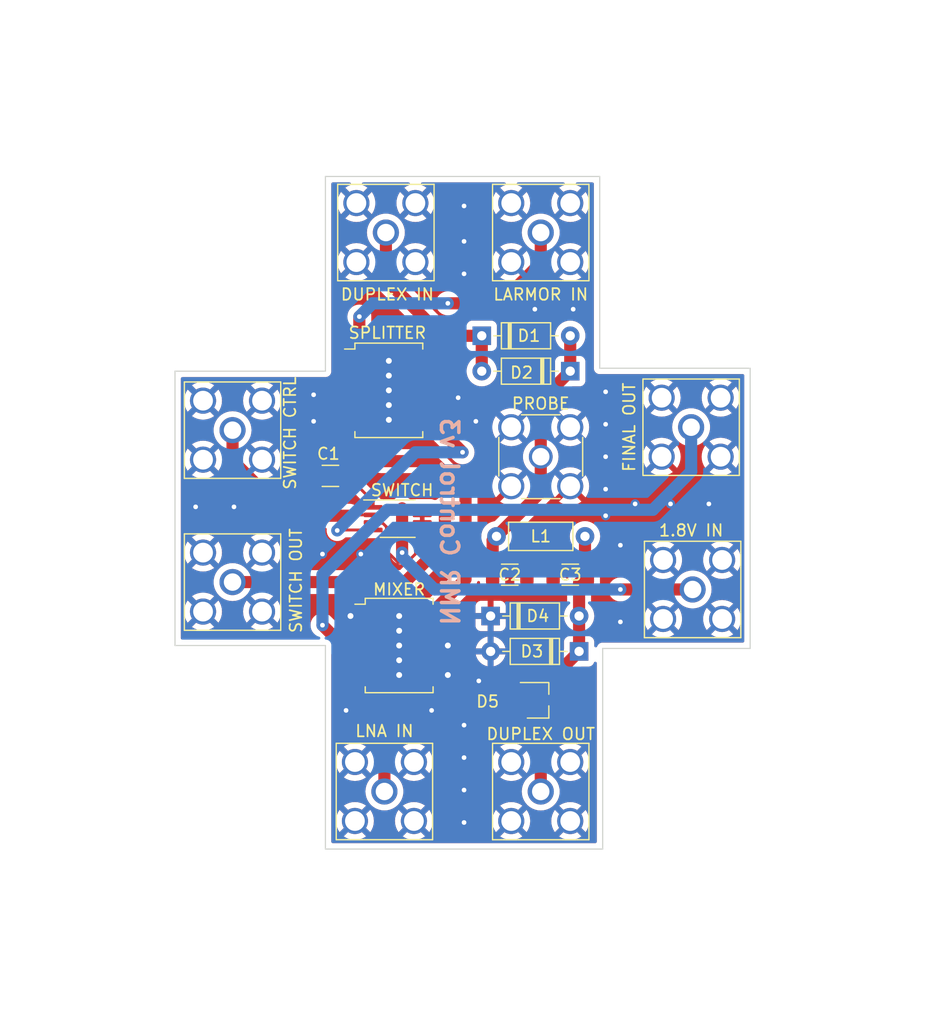
<source format=kicad_pcb>
(kicad_pcb (version 20211014) (generator pcbnew)
  (layers (0 "F.Cu" signal) (31 "B.Cu" signal) (34 "B.Paste" user) (35 "F.Paste" user) (36 "B.SilkS" user "B.Silkscreen") (37 "F.SilkS" user "F.Silkscreen") (38 "B.Mask" user) (39 "F.Mask" user) (44 "Edge.Cuts" user))
  (net 0 "")
  (net 1 "GND")
  (net 2 "Net-(C1-Pad2)")
  (net 3 "Net-(C2-Pad1)")
  (net 4 "Net-(C3-Pad1)")
  (net 5 "Net-(D1-Pad1)")
  (net 6 "Net-(J1-Pad1)")
  (net 7 "Net-(J2-Pad1)")
  (net 8 "Net-(J3-Pad1)")
  (net 9 "Net-(J4-Pad1)")
  (net 10 "Net-(J5-Pad1)")
  (net 12 "Net-(U1-Pad3)")
  (net 13 "Net-(U1-Pad4)")
  (footprint "Diode_THT:D_DO-35_SOD27_P7.62mm_Horizontal" (layer "F.Cu") (at 113.538 120.904)
    (fp_text reference "D4" (at 4.064 0) (layer "F.SilkS"))
    (fp_text value "1N4148")
    (fp_line (start 5.93 -1.12) (end 1.69 -1.12) (layer "F.SilkS") (width 0.12))
    (fp_line (start 2.41 -1.12) (end 2.41 1.12) (layer "F.SilkS") (width 0.12))
    (fp_line (start 1.04 0) (end 1.69 0) (layer "F.SilkS") (width 0.12))
    (fp_line (start 2.53 -1.12) (end 2.53 1.12) (layer "F.SilkS") (width 0.12))
    (fp_line (start 5.93 1.12) (end 5.93 -1.12) (layer "F.SilkS") (width 0.12))
    (fp_line (start 1.69 1.12) (end 5.93 1.12) (layer "F.SilkS") (width 0.12))
    (fp_line (start 6.58 0) (end 5.93 0) (layer "F.SilkS") (width 0.12))
    (fp_line (start 2.29 -1.12) (end 2.29 1.12) (layer "F.SilkS") (width 0.12))
    (fp_line (start 1.69 -1.12) (end 1.69 1.12) (layer "F.SilkS") (width 0.12))
    (pad "1" thru_hole rect (at 0 0) (size 1.6 1.6) (drill 0.8) (layers *.Cu *.Mask) (net 1 "GND"))
    (pad "2" thru_hole oval (at 7.62 0) (size 1.6 1.6) (drill 0.8) (layers *.Cu *.Mask) (net 4 "Net-(C3-Pad1)"))
  )
  (footprint "Connector_Coaxial:SMA_Amphenol_132203-12_Horizontal" (layer "F.Cu") (at 117.856 87.887)
    (fp_text reference "LARMOR IN" (at 0 5.331 180) (layer "F.SilkS"))
    (fp_text value "Conn_Coaxial")
    (fp_line (start -4.15 -4.15) (end -4.15 4.15) (layer "F.SilkS") (width 0.12))
    (fp_line (start 4.15 -4.15) (end 4.15 4.15) (layer "F.SilkS") (width 0.12))
    (fp_line (start -4.15 4.15) (end 4.15 4.15) (layer "F.SilkS") (width 0.12))
    (fp_line (start -4.15 -4.15) (end 4.15 -4.15) (layer "F.SilkS") (width 0.12))
    (pad "1" thru_hole circle (at 0 0) (size 2.25 2.25) (drill 1.5) (layers *.Cu *.Mask) (net 6 "Net-(J1-Pad1)"))
    (pad "2" thru_hole circle (at 2.54 2.54 90) (size 2.25 2.25) (drill 1.7) (layers *.Cu *.Mask) (net 1 "GND"))
    (pad "2" thru_hole circle (at 2.54 -2.54) (size 2.25 2.25) (drill 1.7) (layers *.Cu *.Mask) (net 1 "GND"))
    (pad "2" thru_hole circle (at -2.54 2.54) (size 2.25 2.25) (drill 1.7) (layers *.Cu *.Mask) (net 1 "GND"))
    (pad "2" thru_hole circle (at -2.54 -2.54) (size 2.25 2.25) (drill 1.7) (layers *.Cu *.Mask) (net 1 "GND"))
  )
  (footprint "RF_Mini-Circuits:Mini-Circuits_CD636_LandPatternPL-035" (layer "F.Cu") (at 104.775 101.473)
    (fp_text reference "SPLITTER" (at -0.127 -4.953) (layer "F.SilkS"))
    (fp_text value "ADP-2-1W")
    (fp_line (start -2.921 4.064) (end 2.921 4.064) (layer "F.SilkS") (width 0.12))
    (fp_line (start -2.921 -4.064) (end -2.921 -3.556) (layer "F.SilkS") (width 0.12))
    (fp_line (start 2.921 -3.556) (end 2.921 -4.064) (layer "F.SilkS") (width 0.12))
    (fp_line (start -2.921 -3.556) (end -3.81 -3.556) (layer "F.SilkS") (width 0.12))
    (fp_line (start -2.921 3.556) (end -2.921 4.064) (layer "F.SilkS") (width 0.12))
    (fp_line (start 2.921 -4.064) (end -2.921 -4.064) (layer "F.SilkS") (width 0.12))
    (fp_line (start 2.921 4.064) (end 2.921 3.556) (layer "F.SilkS") (width 0.12))
    (pad "1" smd rect (at -2.54 -2.54 270) (size 1.651 2.54) (layers "F.Cu" "F.Paste" "F.Mask") (net 6 "Net-(J1-Pad1)") (clearance 0.635))
    (pad "2" smd rect (at -2.54 0 270) (size 1.651 2.54) (layers "F.Cu" "F.Paste" "F.Mask") (clearance 0.635))
    (pad "3" smd rect (at -2.54 2.54 270) (size 1.651 2.54) (layers "F.Cu" "F.Paste" "F.Mask") (net 12 "Net-(U1-Pad3)") (clearance 0.635))
    (pad "4" smd rect (at 2.54 2.54 270) (size 1.651 2.54) (layers "F.Cu" "F.Paste" "F.Mask") (net 13 "Net-(U1-Pad4)") (clearance 0.635))
    (pad "5" smd rect (at 2.54 0 270) (size 1.651 2.54) (layers "F.Cu" "F.Paste" "F.Mask") (clearance 0.635))
    (pad "6" thru_hole circle (at 0 -2.54 270) (size 1.016 1.016) (drill 0.508) (layers *.Cu) (net 1 "GND"))
    (pad "6" thru_hole circle (at 0 0 270) (size 1.016 1.016) (drill 0.508) (layers *.Cu) (net 1 "GND"))
    (pad "6" thru_hole circle (at 0 -1.27 270) (size 1.016 1.016) (drill 0.508) (layers *.Cu) (net 1 "GND"))
    (pad "6" smd rect (at 0.9525 -2.54 270) (size 1.651 0.635) (layers "F.Cu") (net 1 "GND"))
    (pad "6" smd rect (at 0 0 270) (size 6.731 1.27) (layers "F.Cu") (net 1 "GND"))
    (pad "6" thru_hole circle (at 0 1.27 270) (size 1.016 1.016) (drill 0.508) (layers *.Cu) (net 1 "GND"))
    (pad "6" thru_hole circle (at 0 2.54 270) (size 1.016 1.016) (drill 0.508) (layers *.Cu) (net 1 "GND"))
    (pad "6" smd rect (at 2.54 -2.54 270) (size 1.651 2.54) (layers "F.Cu" "F.Paste" "F.Mask") (net 1 "GND"))
  )
  (footprint "Connector_Coaxial:SMA_Amphenol_132203-12_Horizontal" (layer "F.Cu") (at 104.521 87.887)
    (fp_text reference "DUPLEX IN" (at 0.127 5.331) (layer "F.SilkS"))
    (fp_text value "Conn_Coaxial")
    (fp_line (start -4.15 -4.15) (end -4.15 4.15) (layer "F.SilkS") (width 0.12))
    (fp_line (start -4.15 -4.15) (end 4.15 -4.15) (layer "F.SilkS") (width 0.12))
    (fp_line (start -4.15 4.15) (end 4.15 4.15) (layer "F.SilkS") (width 0.12))
    (fp_line (start 4.15 -4.15) (end 4.15 4.15) (layer "F.SilkS") (width 0.12))
    (pad "1" thru_hole circle (at 0 0) (size 2.25 2.25) (drill 1.5) (layers *.Cu *.Mask) (net 5 "Net-(D1-Pad1)"))
    (pad "2" thru_hole circle (at -2.54 2.54) (size 2.25 2.25) (drill 1.7) (layers *.Cu *.Mask) (net 1 "GND"))
    (pad "2" thru_hole circle (at -2.54 -2.54) (size 2.25 2.25) (drill 1.7) (layers *.Cu *.Mask) (net 1 "GND"))
    (pad "2" thru_hole circle (at 2.54 2.54 90) (size 2.25 2.25) (drill 1.7) (layers *.Cu *.Mask) (net 1 "GND"))
    (pad "2" thru_hole circle (at 2.54 -2.54) (size 2.25 2.25) (drill 1.7) (layers *.Cu *.Mask) (net 1 "GND"))
  )
  (footprint "Connector_Coaxial:SMA_Amphenol_132203-12_Horizontal" (layer "F.Cu") (at 130.934 118.618 -90)
    (fp_text reference "1.8V IN" (at -5.08 0.124 180) (layer "F.SilkS"))
    (fp_text value "Conn_Coaxial")
    (fp_line (start -4.15 4.15) (end 4.15 4.15) (layer "F.SilkS") (width 0.12))
    (fp_line (start -4.15 -4.15) (end -4.15 4.15) (layer "F.SilkS") (width 0.12))
    (fp_line (start -4.15 -4.15) (end 4.15 -4.15) (layer "F.SilkS") (width 0.12))
    (fp_line (start 4.15 -4.15) (end 4.15 4.15) (layer "F.SilkS") (width 0.12))
    (pad "1" thru_hole circle (at 0 0 270) (size 2.25 2.25) (drill 1.5) (layers *.Cu *.Mask) (net 2 "Net-(C1-Pad2)"))
    (pad "2" thru_hole circle (at 2.54 -2.54 270) (size 2.25 2.25) (drill 1.7) (layers *.Cu *.Mask) (net 1 "GND"))
    (pad "2" thru_hole circle (at -2.54 2.54 270) (size 2.25 2.25) (drill 1.7) (layers *.Cu *.Mask) (net 1 "GND"))
    (pad "2" thru_hole circle (at -2.54 -2.54 270) (size 2.25 2.25) (drill 1.7) (layers *.Cu *.Mask) (net 1 "GND"))
    (pad "2" thru_hole circle (at 2.54 2.54) (size 2.25 2.25) (drill 1.7) (layers *.Cu *.Mask) (net 1 "GND"))
  )
  (footprint "Diode_THT:D_DO-35_SOD27_P7.62mm_Horizontal" (layer "F.Cu") (at 121.158 123.952 180)
    (fp_text reference "D3" (at 4.064 0) (layer "F.SilkS"))
    (fp_text value "1N4148")
    (fp_line (start 2.29 -1.12) (end 2.29 1.12) (layer "F.SilkS") (width 0.12))
    (fp_line (start 6.58 0) (end 5.93 0) (layer "F.SilkS") (width 0.12))
    (fp_line (start 1.69 -1.12) (end 1.69 1.12) (layer "F.SilkS") (width 0.12))
    (fp_line (start 5.93 1.12) (end 5.93 -1.12) (layer "F.SilkS") (width 0.12))
    (fp_line (start 2.53 -1.12) (end 2.53 1.12) (layer "F.SilkS") (width 0.12))
    (fp_line (start 2.41 -1.12) (end 2.41 1.12) (layer "F.SilkS") (width 0.12))
    (fp_line (start 1.69 1.12) (end 5.93 1.12) (layer "F.SilkS") (width 0.12))
    (fp_line (start 1.04 0) (end 1.69 0) (layer "F.SilkS") (width 0.12))
    (fp_line (start 5.93 -1.12) (end 1.69 -1.12) (layer "F.SilkS") (width 0.12))
    (pad "1" thru_hole rect (at 0 0 180) (size 1.6 1.6) (drill 0.8) (layers *.Cu *.Mask) (net 4 "Net-(C3-Pad1)"))
    (pad "2" thru_hole oval (at 7.62 0 180) (size 1.6 1.6) (drill 0.8) (layers *.Cu *.Mask) (net 1 "GND"))
  )
  (footprint "Capacitor_SMD:C_1206_3216Metric" (layer "F.Cu") (at 99.744 108.839)
    (fp_text reference "C1" (at -0.176 -1.905 180) (layer "F.SilkS"))
    (fp_text value "0.1 uF")
    (fp_line (start -0.711252 0.91) (end 0.711252 0.91) (layer "F.SilkS") (width 0.12))
    (fp_line (start -0.711252 -0.91) (end 0.711252 -0.91) (layer "F.SilkS") (width 0.12))
    (pad "1" smd roundrect (at -1.475 0) (size 1.15 1.8) (layers "F.Cu" "F.Paste" "F.Mask") (roundrect_rratio 0.2173913043) (net 1 "GND"))
    (pad "2" smd roundrect (at 1.475 0) (size 1.15 1.8) (layers "F.Cu" "F.Paste" "F.Mask") (roundrect_rratio 0.2173913043) (net 2 "Net-(C1-Pad2)"))
  )
  (footprint "Inductor_THT:L_Axial_L5.3mm_D2.2mm_P7.62mm_Horizontal_Vishay_IM-1" (layer "F.Cu") (at 114.046 114.046)
    (fp_text reference "L1" (at 3.81 0) (layer "F.SilkS"))
    (fp_text value "INDUCTOR")
    (fp_line (start 6.58 1.22) (end 6.58 -1.22) (layer "F.SilkS") (width 0.12))
    (fp_line (start 1.04 1.22) (end 6.58 1.22) (layer "F.SilkS") (width 0.12))
    (fp_line (start 1.04 -1.22) (end 1.04 1.22) (layer "F.SilkS") (width 0.12))
    (fp_line (start 6.58 -1.22) (end 1.04 -1.22) (layer "F.SilkS") (width 0.12))
    (pad "1" thru_hole circle (at 0 0) (size 1.6 1.6) (drill 0.8) (layers *.Cu *.Mask) (net 3 "Net-(C2-Pad1)"))
    (pad "2" thru_hole oval (at 7.62 0) (size 1.6 1.6) (drill 0.8) (layers *.Cu *.Mask) (net 4 "Net-(C3-Pad1)"))
  )
  (footprint "Diode_THT:D_DO-35_SOD27_P7.62mm_Horizontal" (layer "F.Cu") (at 112.776 96.774)
    (fp_text reference "D1" (at 4.064 0) (layer "F.SilkS"))
    (fp_text value "1N4148")
    (fp_line (start 1.69 -1.12) (end 1.69 1.12) (layer "F.SilkS") (width 0.12))
    (fp_line (start 2.41 -1.12) (end 2.41 1.12) (layer "F.SilkS") (width 0.12))
    (fp_line (start 6.58 0) (end 5.93 0) (layer "F.SilkS") (width 0.12))
    (fp_line (start 5.93 -1.12) (end 1.69 -1.12) (layer "F.SilkS") (width 0.12))
    (fp_line (start 1.04 0) (end 1.69 0) (layer "F.SilkS") (width 0.12))
    (fp_line (start 1.69 1.12) (end 5.93 1.12) (layer "F.SilkS") (width 0.12))
    (fp_line (start 2.53 -1.12) (end 2.53 1.12) (layer "F.SilkS") (width 0.12))
    (fp_line (start 5.93 1.12) (end 5.93 -1.12) (layer "F.SilkS") (width 0.12))
    (fp_line (start 2.29 -1.12) (end 2.29 1.12) (layer "F.SilkS") (width 0.12))
    (pad "1" thru_hole rect (at 0 0) (size 1.6 1.6) (drill 0.8) (layers *.Cu *.Mask) (net 5 "Net-(D1-Pad1)"))
    (pad "2" thru_hole oval (at 7.62 0) (size 1.6 1.6) (drill 0.8) (layers *.Cu *.Mask) (net 3 "Net-(C2-Pad1)"))
  )
  (footprint "Connector_Coaxial:SMA_Amphenol_132203-12_Horizontal" (layer "F.Cu") (at 91.316 104.902 90)
    (fp_text reference "SWITCH CTRL" (at -0.254 4.95 90) (layer "F.SilkS"))
    (fp_text value "Conn_Coaxial")
    (fp_line (start 4.15 -4.15) (end 4.15 4.15) (layer "F.SilkS") (width 0.12))
    (fp_line (start -4.15 -4.15) (end 4.15 -4.15) (layer "F.SilkS") (width 0.12))
    (fp_line (start -4.15 -4.15) (end -4.15 4.15) (layer "F.SilkS") (width 0.12))
    (fp_line (start -4.15 4.15) (end 4.15 4.15) (layer "F.SilkS") (width 0.12))
    (pad "1" thru_hole circle (at 0 0 90) (size 2.25 2.25) (drill 1.5) (layers *.Cu *.Mask) (net 7 "Net-(J2-Pad1)"))
    (pad "2" thru_hole circle (at 2.54 2.54 180) (size 2.25 2.25) (drill 1.7) (layers *.Cu *.Mask) (net 1 "GND"))
    (pad "2" thru_hole circle (at 2.54 -2.54 90) (size 2.25 2.25) (drill 1.7) (layers *.Cu *.Mask) (net 1 "GND"))
    (pad "2" thru_hole circle (at -2.54 -2.54 90) (size 2.25 2.25) (drill 1.7) (layers *.Cu *.Mask) (net 1 "GND"))
    (pad "2" thru_hole circle (at -2.54 2.54 90) (size 2.25 2.25) (drill 1.7) (layers *.Cu *.Mask) (net 1 "GND"))
  )
  (footprint "Diode_THT:D_DO-35_SOD27_P7.62mm_Horizontal" (layer "F.Cu") (at 120.396 99.822 180)
    (fp_text reference "D2" (at 4.191 -0.127) (layer "F.SilkS"))
    (fp_text value "1N4148")
    (fp_line (start 1.69 -1.12) (end 1.69 1.12) (layer "F.SilkS") (width 0.12))
    (fp_line (start 6.58 0) (end 5.93 0) (layer "F.SilkS") (width 0.12))
    (fp_line (start 2.41 -1.12) (end 2.41 1.12) (layer "F.SilkS") (width 0.12))
    (fp_line (start 5.93 -1.12) (end 1.69 -1.12) (layer "F.SilkS") (width 0.12))
    (fp_line (start 1.04 0) (end 1.69 0) (layer "F.SilkS") (width 0.12))
    (fp_line (start 5.93 1.12) (end 5.93 -1.12) (layer "F.SilkS") (width 0.12))
    (fp_line (start 1.69 1.12) (end 5.93 1.12) (layer "F.SilkS") (width 0.12))
    (fp_line (start 2.53 -1.12) (end 2.53 1.12) (layer "F.SilkS") (width 0.12))
    (fp_line (start 2.29 -1.12) (end 2.29 1.12) (layer "F.SilkS") (width 0.12))
    (pad "1" thru_hole rect (at 0 0 180) (size 1.6 1.6) (drill 0.8) (layers *.Cu *.Mask) (net 3 "Net-(C2-Pad1)"))
    (pad "2" thru_hole oval (at 7.62 0 180) (size 1.6 1.6) (drill 0.8) (layers *.Cu *.Mask) (net 5 "Net-(D1-Pad1)"))
  )
  (footprint "RF_Mini-Circuits:Mini-Circuits_CD542_LandPatternPL-052" (layer "F.Cu") (at 105.664 123.444)
    (fp_text reference "MIXER" (at 0 -4.826) (layer "F.SilkS"))
    (fp_text value "ADE-6")
    (fp_line (start -2.921 -4.064) (end -2.921 -3.556) (layer "F.SilkS") (width 0.12))
    (fp_line (start 2.921 -4.064) (end -2.921 -4.064) (layer "F.SilkS") (width 0.12))
    (fp_line (start -2.921 3.556) (end -2.921 4.064) (layer "F.SilkS") (width 0.12))
    (fp_line (start -2.921 4.064) (end 2.921 4.064) (layer "F.SilkS") (width 0.12))
    (fp_line (start -2.921 -3.556) (end -3.81 -3.556) (layer "F.SilkS") (width 0.12))
    (fp_line (start 2.921 4.064) (end 2.921 3.556) (layer "F.SilkS") (width 0.12))
    (fp_line (start 2.921 -3.556) (end 2.921 -4.064) (layer "F.SilkS") (width 0.12))
    (pad "1" smd rect (at 0 0) (size 1.27 6.731) (layers "F.Cu") (net 1 "GND"))
    (pad "1" thru_hole circle (at 0 2.54) (size 1.016 1.016) (drill 0.508) (layers *.Cu) (net 1 "GND"))
    (pad "1" thru_hole circle (at 0 1.27) (size 1.016 1.016) (drill 0.508) (layers *.Cu) (net 1 "GND"))
    (pad "1" thru_hole circle (at -4.191 -2.54) (size 1.016 1.016) (drill 0.508) (layers *.Cu) (net 1 "GND"))
    (pad "1" thru_hole circle (at 0 -2.54) (size 1.016 1.016) (drill 0.508) (layers *.Cu) (net 1 "GND"))
    (pad "1" smd rect (at -2.032 -2.54) (size 5.334 1.651) (layers "F.Cu") (net 1 "GND"))
    (pad "1" thru_hole circle (at 0 -1.27) (size 1.016 1.016) (drill 0.508) (layers *.Cu) (net 1 "GND"))
    (pad "1" smd rect (at -2.54 -2.54) (size 2.54 1.651) (layers "F.Cu" "F.Paste" "F.Mask") (net 1 "GND"))
    (pad "1" thru_hole circle (at 0 0) (size 1.016 1.016) (drill 0.508) (layers *.Cu) (net 1 "GND"))
    (pad "2" smd rect (at -2.54 0) (size 2.54 1.651) (layers "F.Cu" "F.Paste" "F.Mask") (net 9 "Net-(J4-Pad1)") (clearance 0.635))
    (pad "3" smd rect (at -2.54 2.54) (size 2.54 1.651) (layers "F.Cu" "F.Paste" "F.Mask") (net 8 "Net-(J3-Pad1)") (clearance 0.635))
    (pad "4" thru_hole circle (at 4.191 2.54) (size 1.016 1.016) (drill 0.508) (layers *.Cu) (net 1 "GND"))
    (pad "4" smd rect (at 2.54 2.54) (size 2.54 1.651) (layers "F.Cu" "F.Paste" "F.Mask") (net 1 "GND"))
    (pad "4" smd rect (at 2.032 1.27) (size 5.334 4.191) (layers "F.Cu") (net 1 "GND"))
    (pad "5" smd rect (at 2.54 0) (size 2.54 1.651) (layers "F.Cu" "F.Paste" "F.Mask") (net 1 "GND"))
    (pad "5" thru_hole circle (at 4.191 0) (size 1.016 1.016) (drill 0.508) (layers *.Cu) (net 1 "GND"))
    (pad "6" smd rect (at 2.54 -2.54) (size 2.54 1.651) (layers "F.Cu" "F.Paste" "F.Mask") (net 12 "Net-(U1-Pad3)") (clearance 0.635))
  )
  (footprint "Package_TO_SOT_SMD:TSOT-23_HandSoldering" (layer "F.Cu") (at 117.602 128.143)
    (fp_text reference "D5" (at -4.318 0.127) (layer "F.SilkS"))
    (fp_text value "D_Schottky_Dual_Series_AKC")
    (fp_line (start 0.95 -1.5) (end 0.95 -0.5) (layer "F.SilkS") (width 0.12))
    (fp_line (start 0.95 0.5) (end 0.95 1.55) (layer "F.SilkS") (width 0.12))
    (fp_line (start 0.93 -1.51) (end -1.5 -1.51) (layer "F.SilkS") (width 0.12))
    (fp_line (start 0.95 1.55) (end -0.9 1.55) (layer "F.SilkS") (width 0.12))
    (pad "1" smd rect (at -1.71 -0.95) (size 2 0.65) (layers "F.Cu" "F.Paste" "F.Mask") (net 1 "GND"))
    (pad "2" smd rect (at -1.71 0.95) (size 2 0.65) (layers "F.Cu" "F.Paste" "F.Mask") (net 1 "GND"))
    (pad "3" smd rect (at 1.71 0) (size 2 0.65) (layers "F.Cu" "F.Paste" "F.Mask") (net 4 "Net-(C3-Pad1)"))
  )
  (footprint "Connector_Coaxial:SMA_Amphenol_132203-12_Horizontal" (layer "F.Cu") (at 130.807 104.648 -90)
    (fp_text reference "FINAL OUT" (at 0 5.331 90) (layer "F.SilkS"))
    (fp_text value "Conn_Coaxial")
    (fp_line (start -4.15 -4.15) (end -4.15 4.15) (layer "F.SilkS") (width 0.12))
    (fp_line (start -4.15 -4.15) (end 4.15 -4.15) (layer "F.SilkS") (width 0.12))
    (fp_line (start -4.15 4.15) (end 4.15 4.15) (layer "F.SilkS") (width 0.12))
    (fp_line (start 4.15 -4.15) (end 4.15 4.15) (layer "F.SilkS") (width 0.12))
    (pad "1" thru_hole circle (at 0 0 270) (size 2.25 2.25) (drill 1.5) (layers *.Cu *.Mask) (net 9 "Net-(J4-Pad1)"))
    (pad "2" thru_hole circle (at -2.54 -2.54 270) (size 2.25 2.25) (drill 1.7) (layers *.Cu *.Mask) (net 1 "GND"))
    (pad "2" thru_hole circle (at 2.54 -2.54 270) (size 2.25 2.25) (drill 1.7) (layers *.Cu *.Mask) (net 1 "GND"))
    (pad "2" thru_hole circle (at 2.54 2.54) (size 2.25 2.25) (drill 1.7) (layers *.Cu *.Mask) (net 1 "GND"))
    (pad "2" thru_hole circle (at -2.54 2.54 270) (size 2.25 2.25) (drill 1.7) (layers *.Cu *.Mask) (net 1 "GND"))
  )
  (footprint "Capacitor_SMD:C_1206_3216Metric" (layer "F.Cu") (at 115.189 117.348)
    (fp_text reference "C2" (at 0 0) (layer "F.SilkS"))
    (fp_text value "C")
    (fp_line (start -0.711252 -0.91) (end 0.711252 -0.91) (layer "F.SilkS") (width 0.12))
    (fp_line (start -0.711252 0.91) (end 0.711252 0.91) (layer "F.SilkS") (width 0.12))
    (pad "1" smd roundrect (at -1.475 0) (size 1.15 1.8) (layers "F.Cu" "F.Paste" "F.Mask") (roundrect_rratio 0.2173913043) (net 3 "Net-(C2-Pad1)"))
    (pad "2" smd roundrect (at 1.475 0) (size 1.15 1.8) (layers "F.Cu" "F.Paste" "F.Mask") (roundrect_rratio 0.2173913043) (net 1 "GND"))
  )
  (footprint "Capacitor_SMD:C_1206_3216Metric" (layer "F.Cu") (at 120.396 117.348 180)
    (fp_text reference "C3" (at 0 0) (layer "F.SilkS"))
    (fp_text value "C")
    (fp_line (start -0.711252 -0.91) (end 0.711252 -0.91) (layer "F.SilkS") (width 0.12))
    (fp_line (start -0.711252 0.91) (end 0.711252 0.91) (layer "F.SilkS") (width 0.12))
    (pad "1" smd roundrect (at -1.475 0 180) (size 1.15 1.8) (layers "F.Cu" "F.Paste" "F.Mask") (roundrect_rratio 0.2173913043) (net 4 "Net-(C3-Pad1)"))
    (pad "2" smd roundrect (at 1.475 0 180) (size 1.15 1.8) (layers "F.Cu" "F.Paste" "F.Mask") (roundrect_rratio 0.2173913043) (net 1 "GND"))
  )
  (footprint "Package_SO:MSOP-8_3x3mm_P0.65mm" (layer "F.Cu") (at 105.537 112.522)
    (fp_text reference "SWITCH" (at 0.381 -2.45) (layer "F.SilkS"))
    (fp_text value "ADG901BRMZ")
    (fp_line (start 0 1.61) (end -1.5 1.61) (layer "F.SilkS") (width 0.12))
    (fp_line (start 0 -1.61) (end 1.5 -1.61) (layer "F.SilkS") (width 0.12))
    (fp_line (start 0 1.61) (end 1.5 1.61) (layer "F.SilkS") (width 0.12))
    (fp_line (start 0 -1.61) (end -2.925 -1.61) (layer "F.SilkS") (width 0.12))
    (pad "1" smd roundrect (at -2.1125 -0.975) (size 1.625 0.4) (layers "F.Cu" "F.Paste" "F.Mask") (net 2 "Net-(C1-Pad2)"))
    (pad "2" smd roundrect (at -2.1125 -0.325) (size 1.625 0.4) (layers "F.Cu" "F.Paste" "F.Mask") (net 7 "Net-(J2-Pad1)"))
    (pad "3" smd roundrect (at -2.1125 0.325) (size 1.625 0.4) (layers "F.Cu" "F.Paste" "F.Mask") (net 1 "GND"))
    (pad "4" smd roundrect (at -2.1125 0.975) (size 1.625 0.4) (layers "F.Cu" "F.Paste" "F.Mask") (net 13 "Net-(U1-Pad4)"))
    (pad "5" smd roundrect (at 2.1125 0.975) (size 1.625 0.4) (layers "F.Cu" "F.Paste" "F.Mask") (net 1 "GND"))
    (pad "6" smd roundrect (at 2.1125 0.325) (size 1.625 0.4) (layers "F.Cu" "F.Paste" "F.Mask") (net 1 "GND"))
    (pad "7" smd roundrect (at 2.1125 -0.325) (size 1.625 0.4) (layers "F.Cu" "F.Paste" "F.Mask") (net 1 "GND"))
    (pad "8" smd roundrect (at 2.1125 -0.975) (size 1.625 0.4) (layers "F.Cu" "F.Paste" "F.Mask") (net 10 "Net-(J5-Pad1)"))
  )
  (footprint "Connector_Coaxial:SMA_Amphenol_132291-12_Vertical" (layer "F.Cu") (at 117.856 107.188)
    (fp_text reference "PROBE" (at 0 -4.572) (layer "F.SilkS"))
    (fp_text value "Conn_Coaxial")
    (fp_line (start 1.66 -3.61) (end -1.66 -3.61) (layer "F.SilkS") (width 0.12))
    (fp_line (start -3.61 -1.66) (end -3.61 1.66) (layer "F.SilkS") (width 0.12))
    (fp_line (start 1.66 3.61) (end -1.66 3.61) (layer "F.SilkS") (width 0.12))
    (fp_line (start 3.61 -1.66) (end 3.61 1.66) (layer "F.SilkS") (width 0.12))
    (pad "1" thru_hole circle (at 0 0) (size 2.05 2.05) (drill 1.5) (layers *.Cu *.Mask) (net 3 "Net-(C2-Pad1)"))
    (pad "2" thru_hole circle (at 2.54 -2.54) (size 2.25 2.25) (drill 1.7) (layers *.Cu *.Mask) (net 1 "GND"))
    (pad "2" thru_hole circle (at -2.54 2.54) (size 2.25 2.25) (drill 1.7) (layers *.Cu *.Mask) (net 1 "GND"))
    (pad "2" thru_hole circle (at 2.54 2.54) (size 2.25 2.25) (drill 1.7) (layers *.Cu *.Mask) (net 1 "GND"))
    (pad "2" thru_hole circle (at -2.54 -2.54) (size 2.25 2.25) (drill 1.7) (layers *.Cu *.Mask) (net 1 "GND"))
  )
  (footprint "Connector_Coaxial:SMA_Amphenol_132203-12_Horizontal" (layer "F.Cu") (at 104.394 136.014 180)
    (fp_text reference "LNA IN" (at 0 5.204 180) (layer "F.SilkS"))
    (fp_text value "Conn_Coaxial")
    (fp_line (start -4.15 -4.15) (end -4.15 4.15) (layer "F.SilkS") (width 0.12))
    (fp_line (start 4.15 -4.15) (end 4.15 4.15) (layer "F.SilkS") (width 0.12))
    (fp_line (start -4.15 -4.15) (end 4.15 -4.15) (layer "F.SilkS") (width 0.12))
    (fp_line (start -4.15 4.15) (end 4.15 4.15) (layer "F.SilkS") (width 0.12))
    (pad "1" thru_hole circle (at 0 0 180) (size 2.25 2.25) (drill 1.5) (layers *.Cu *.Mask) (net 8 "Net-(J3-Pad1)"))
    (pad "2" thru_hole circle (at -2.54 -2.54 180) (size 2.25 2.25) (drill 1.7) (layers *.Cu *.Mask) (net 1 "GND"))
    (pad "2" thru_hole circle (at -2.54 2.54 180) (size 2.25 2.25) (drill 1.7) (layers *.Cu *.Mask) (net 1 "GND"))
    (pad "2" thru_hole circle (at 2.54 -2.54 180) (size 2.25 2.25) (drill 1.7) (layers *.Cu *.Mask) (net 1 "GND"))
    (pad "2" thru_hole circle (at 2.54 2.54 270) (size 2.25 2.25) (drill 1.7) (layers *.Cu *.Mask) (net 1 "GND"))
  )
  (footprint "Connector_Coaxial:SMA_Amphenol_132203-12_Horizontal" (layer "F.Cu") (at 91.316 117.983 90)
    (fp_text reference "SWITCH OUT" (at 0.127 5.458 270) (layer "F.SilkS"))
    (fp_text value "Conn_Coaxial")
    (fp_line (start -4.15 -4.15) (end 4.15 -4.15) (layer "F.SilkS") (width 0.12))
    (fp_line (start 4.15 -4.15) (end 4.15 4.15) (layer "F.SilkS") (width 0.12))
    (fp_line (start -4.15 4.15) (end 4.15 4.15) (layer "F.SilkS") (width 0.12))
    (fp_line (start -4.15 -4.15) (end -4.15 4.15) (layer "F.SilkS") (width 0.12))
    (pad "1" thru_hole circle (at 0 0 90) (size 2.25 2.25) (drill 1.5) (layers *.Cu *.Mask) (net 10 "Net-(J5-Pad1)"))
    (pad "2" thru_hole circle (at 2.54 -2.54 90) (size 2.25 2.25) (drill 1.7) (layers *.Cu *.Mask) (net 1 "GND"))
    (pad "2" thru_hole circle (at -2.54 2.54 90) (size 2.25 2.25) (drill 1.7) (layers *.Cu *.Mask) (net 1 "GND"))
    (pad "2" thru_hole circle (at -2.54 -2.54 90) (size 2.25 2.25) (drill 1.7) (layers *.Cu *.Mask) (net 1 "GND"))
    (pad "2" thru_hole circle (at 2.54 2.54 180) (size 2.25 2.25) (drill 1.7) (layers *.Cu *.Mask) (net 1 "GND"))
  )
  (footprint "Connector_Coaxial:SMA_Amphenol_132203-12_Horizontal" (layer "F.Cu") (at 117.856 136.017 180)
    (fp_text reference "DUPLEX OUT" (at 0 4.953 180) (layer "F.SilkS"))
    (fp_text value "Conn_Coaxial")
    (fp_line (start -4.15 -4.15) (end -4.15 4.15) (layer "F.SilkS") (width 0.12))
    (fp_line (start -4.15 -4.15) (end 4.15 -4.15) (layer "F.SilkS") (width 0.12))
    (fp_line (start 4.15 -4.15) (end 4.15 4.15) (layer "F.SilkS") (width 0.12))
    (fp_line (start -4.15 4.15) (end 4.15 4.15) (layer "F.SilkS") (width 0.12))
    (pad "1" thru_hole circle (at 0 0 180) (size 2.25 2.25) (drill 1.5) (layers *.Cu *.Mask) (net 4 "Net-(C3-Pad1)"))
    (pad "2" thru_hole circle (at 2.54 -2.54 180) (size 2.25 2.25) (drill 1.7) (layers *.Cu *.Mask) (net 1 "GND"))
    (pad "2" thru_hole circle (at -2.54 2.54 180) (size 2.25 2.25) (drill 1.7) (layers *.Cu *.Mask) (net 1 "GND"))
    (pad "2" thru_hole circle (at 2.54 2.54 270) (size 2.25 2.25) (drill 1.7) (layers *.Cu *.Mask) (net 1 "GND"))
    (pad "2" thru_hole circle (at -2.54 -2.54 180) (size 2.25 2.25) (drill 1.7) (layers *.Cu *.Mask) (net 1 "GND"))
  )
  (gr_line (start 86.36 99.822) (end 99.314 99.822) (layer "Edge.Cuts") (width 0.1))
  (gr_line (start 86.36 123.444) (end 86.36 99.822) (layer "Edge.Cuts") (width 0.1))
  (gr_line (start 135.89 123.698) (end 123.19 123.698) (layer "Edge.Cuts") (width 0.1))
  (gr_line (start 99.314 123.444) (end 86.36 123.444) (layer "Edge.Cuts") (width 0.1))
  (gr_line (start 99.314 99.822) (end 99.314 83.058) (layer "Edge.Cuts") (width 0.1))
  (gr_line (start 99.314 140.97) (end 99.314 123.444) (layer "Edge.Cuts") (width 0.1))
  (gr_line (start 122.936 83.058) (end 122.936 99.568) (layer "Edge.Cuts") (width 0.1))
  (gr_line (start 122.936 99.568) (end 135.89 99.568) (layer "Edge.Cuts") (width 0.1))
  (gr_line (start 99.314 83.058) (end 122.936 83.058) (layer "Edge.Cuts") (width 0.1))
  (gr_line (start 135.89 99.568) (end 135.89 123.698) (layer "Edge.Cuts") (width 0.1))
  (gr_line (start 123.19 123.698) (end 123.19 140.97) (layer "Edge.Cuts") (width 0.1))
  (gr_line (start 123.19 140.97) (end 99.314 140.97) (layer "Edge.Cuts") (width 0.1))
  (gr_text "NMR Control v3" (at 109.982 112.776 270) (layer "B.SilkS") (effects (font (size 1.5 1.5) (thickness 0.3)) (justify mirror)))
  (segment (start 106.34148 116.28952) (end 107.6495 114.9815) (width 0.25) (layer "F.Cu") (net 1))
  (segment (start 104.56152 115.28368) (end 105.56736 116.28952) (width 0.25) (layer "F.Cu") (net 1))
  (segment (start 103.4245 112.847) (end 104.187361 112.847) (width 0.25) (layer "F.Cu") (net 1))
  (segment (start 104.56152 113.221159) (end 104.56152 115.28368) (width 0.25) (layer "F.Cu") (net 1))
  (segment (start 104.187361 112.847) (end 104.56152 113.221159) (width 0.25) (layer "F.Cu") (net 1))
  (segment (start 107.6495 112.847) (end 107.6495 112.197) (width 0.25) (layer "F.Cu") (net 1))
  (segment (start 105.56736 116.28952) (end 106.34148 116.28952) (width 0.25) (layer "F.Cu") (net 1))
  (segment (start 107.6495 113.497) (end 107.6495 112.847) (width 0.25) (layer "F.Cu") (net 1))
  (segment (start 107.6495 114.9815) (end 107.6495 113.497) (width 0.25) (layer "F.Cu") (net 1))
  (via (at 125.984 111.252) (size 0.8) (drill 0.4) (layers "F.Cu" "B.Cu") (net 1))
  (via (at 132.334 111.252) (size 0.8) (drill 0.4) (layers "F.Cu" "B.Cu") (net 1))
  (via (at 110.744 102.108) (size 0.8) (drill 0.4) (layers "F.Cu" "B.Cu") (net 1))
  (via (at 120.65 94.488) (size 0.8) (drill 0.4) (layers "F.Cu" "B.Cu") (net 1))
  (via (at 123.444 101.6) (size 0.8) (drill 0.4) (layers "F.Cu" "B.Cu") (net 1))
  (via (at 102.362 115.57) (size 0.8) (drill 0.4) (layers "F.Cu" "B.Cu") (net 1))
  (via (at 111.252 135.89) (size 0.8) (drill 0.4) (layers "F.Cu" "B.Cu") (net 1))
  (via (at 88.138 111.506) (size 0.8) (drill 0.4) (layers "F.Cu" "B.Cu") (net 1))
  (via (at 108.458 129.032) (size 0.8) (drill 0.4) (layers "F.Cu" "B.Cu") (net 1))
  (via (at 124.714 121.412) (size 0.8) (drill 0.4) (layers "F.Cu" "B.Cu") (net 1))
  (via (at 111.252 133.096) (size 0.8) (drill 0.4) (layers "F.Cu" "B.Cu") (net 1))
  (via (at 112.522 126.492) (size 0.8) (drill 0.4) (layers "F.Cu" "B.Cu") (net 1))
  (via (at 123.444 109.982) (size 0.8) (drill 0.4) (layers "F.Cu" "B.Cu") (net 1))
  (via (at 111.252 88.646) (size 0.8) (drill 0.4) (layers "F.Cu" "B.Cu") (net 1))
  (via (at 101.092 129.032) (size 0.8) (drill 0.4) (layers "F.Cu" "B.Cu") (net 1))
  (via (at 98.298 104.14) (size 0.8) (drill 0.4) (layers "F.Cu" "B.Cu") (net 1))
  (via (at 129.032 111.252) (size 0.8) (drill 0.4) (layers "F.Cu" "B.Cu") (net 1))
  (via (at 111.252 85.598) (size 0.8) (drill 0.4) (layers "F.Cu" "B.Cu") (net 1))
  (via (at 98.298 101.854) (size 0.8) (drill 0.4) (layers "F.Cu" "B.Cu") (net 1))
  (via (at 117.348 94.488) (size 0.8) (drill 0.4) (layers "F.Cu" "B.Cu") (net 1))
  (via (at 111.252 138.684) (size 0.8) (drill 0.4) (layers "F.Cu" "B.Cu") (net 1))
  (via (at 123.444 104.394) (size 0.8) (drill 0.4) (layers "F.Cu" "B.Cu") (net 1))
  (via (at 123.444 107.188) (size 0.8) (drill 0.4) (layers "F.Cu" "B.Cu") (net 1))
  (via (at 123.444 112.268) (size 0.8) (drill 0.4) (layers "F.Cu" "B.Cu") (net 1))
  (via (at 111.252 91.44) (size 0.8) (drill 0.4) (layers "F.Cu" "B.Cu") (net 1))
  (via (at 99.06 115.57) (size 0.8) (drill 0.4) (layers "F.Cu" "B.Cu") (net 1))
  (via (at 112.268 104.14) (size 0.8) (drill 0.4) (layers "F.Cu" "B.Cu") (net 1))
  (via (at 91.44 111.506) (size 0.8) (drill 0.4) (layers "F.Cu" "B.Cu") (net 1))
  (via (at 124.714 114.808) (size 0.8) (drill 0.4) (layers "F.Cu" "B.Cu") (net 1))
  (via (at 111.252 130.302) (size 0.8) (drill 0.4) (layers "F.Cu" "B.Cu") (net 1))
  (segment (start 103.4245 111.547) (end 105.451 111.547) (width 0.25) (layer "F.Cu") (net 2))
  (segment (start 103.4245 111.0445) (end 101.219 108.839) (width 0.25) (layer "F.Cu") (net 2))
  (segment (start 103.4245 111.547) (end 103.4245 111.0445) (width 0.25) (layer "F.Cu") (net 2))
  (segment (start 105.918 115.443) (end 105.918 111.633) (width 1.044) (layer "F.Cu") (net 2))
  (segment (start 105.451 111.547) (end 105.537 111.633) (width 0.25) (layer "F.Cu") (net 2))
  (segment (start 130.934 118.618) (end 124.714 118.618) (width 1.044) (layer "F.Cu") (net 2))
  (via (at 105.918 115.443) (size 0.8) (drill 0.4) (layers "F.Cu" "B.Cu") (net 2))
  (via (at 124.714 118.618) (size 0.8) (drill 0.4) (layers "F.Cu" "B.Cu") (net 2))
  (segment (start 105.918 115.443) (end 105.918 115.824) (width 1.044) (layer "B.Cu") (net 2))
  (segment (start 124.714 118.618) (end 108.712 118.618) (width 1.044) (layer "B.Cu") (net 2))
  (segment (start 105.918 115.824) (end 108.712 118.618) (width 1.044) (layer "B.Cu") (net 2))
  (segment (start 113.714 114.378) (end 114.046 114.046) (width 1.044) (layer "F.Cu") (net 3))
  (segment (start 117.856 107.188) (end 117.856 102.362) (width 1.044) (layer "F.Cu") (net 3))
  (segment (start 113.714 117.348) (end 113.714 114.378) (width 1.044) (layer "F.Cu") (net 3))
  (segment (start 120.396 96.774) (end 120.396 99.822) (width 1.044) (layer "F.Cu") (net 3))
  (segment (start 117.856 102.362) (end 120.396 99.822) (width 1.044) (layer "F.Cu") (net 3))
  (segment (start 117.856 110.236) (end 117.856 107.188) (width 1.044) (layer "F.Cu") (net 3))
  (segment (start 114.046 114.046) (end 117.856 110.236) (width 1.044) (layer "F.Cu") (net 3))
  (segment (start 117.856 136.017) (end 117.856 129.599) (width 1.044) (layer "F.Cu") (net 4))
  (segment (start 121.666 117.143) (end 121.871 117.348) (width 1.044) (layer "F.Cu") (net 4))
  (segment (start 121.158 120.904) (end 121.158 118.061) (width 1.044) (layer "F.Cu") (net 4))
  (segment (start 117.856 129.599) (end 119.312 128.143) (width 1.044) (layer "F.Cu") (net 4))
  (segment (start 121.666 114.046) (end 121.666 117.143) (width 1.044) (layer "F.Cu") (net 4))
  (segment (start 119.312 125.798) (end 121.158 123.952) (width 1.044) (layer "F.Cu") (net 4))
  (segment (start 121.158 118.061) (end 121.871 117.348) (width 1.044) (layer "F.Cu") (net 4))
  (segment (start 119.312 128.143) (end 119.312 125.798) (width 1.044) (layer "F.Cu") (net 4))
  (segment (start 121.158 120.904) (end 121.158 123.952) (width 1.044) (layer "F.Cu") (net 4))
  (segment (start 112.776 96.774) (end 112.776 99.822) (width 1.044) (layer "F.Cu") (net 5))
  (segment (start 104.521 87.887) (end 104.521 91.948) (width 1.044) (layer "F.Cu") (net 5))
  (segment (start 104.521 91.948) (end 109.347 96.774) (width 1.044) (layer "F.Cu") (net 5))
  (segment (start 109.347 96.774) (end 112.776 96.774) (width 1.044) (layer "F.Cu") (net 5))
  (segment (start 117.856 90.498362) (end 114.374362 93.98) (width 1.044) (layer "F.Cu") (net 6))
  (segment (start 102.235 95.123) (end 102.235 98.933) (width 1.044) (layer "F.Cu") (net 6))
  (segment (start 117.856 87.887) (end 117.856 90.498362) (width 1.044) (layer "F.Cu") (net 6))
  (segment (start 114.374362 93.98) (end 109.855 93.98) (width 1.044) (layer "F.Cu") (net 6))
  (via (at 102.235 95.123) (size 0.8) (drill 0.4) (layers "F.Cu" "B.Cu") (net 6))
  (via (at 109.855 93.98) (size 0.8) (drill 0.4) (layers "F.Cu" "B.Cu") (net 6))
  (segment (start 103.378 93.98) (end 102.235 95.123) (width 1.044) (layer "B.Cu") (net 6))
  (segment (start 109.855 93.98) (end 103.378 93.98) (width 1.044) (layer "B.Cu") (net 6))
  (segment (start 91.316 107.513362) (end 96.070638 112.268) (width 1.044) (layer "F.Cu") (net 7))
  (segment (start 101.417 112.197) (end 101.346 112.268) (width 0.25) (layer "F.Cu") (net 7))
  (segment (start 103.4245 112.197) (end 101.417 112.197) (width 0.25) (layer "F.Cu") (net 7))
  (segment (start 91.316 104.902) (end 91.316 107.513362) (width 1.044) (layer "F.Cu") (net 7))
  (segment (start 96.070638 112.268) (end 101.346 112.268) (width 1.044) (layer "F.Cu") (net 7))
  (segment (start 104.394 128.905) (end 104.394 136.014) (width 1.044) (layer "F.Cu") (net 8))
  (segment (start 103.124 125.984) (end 103.124 127.635) (width 1.044) (layer "F.Cu") (net 8))
  (segment (start 103.124 127.635) (end 104.394 128.905) (width 1.044) (layer "F.Cu") (net 8))
  (segment (start 100.81 123.444) (end 99.06 121.694) (width 1.044) (layer "F.Cu") (net 9))
  (segment (start 103.124 123.444) (end 100.81 123.444) (width 1.044) (layer "F.Cu") (net 9))
  (via (at 99.06 121.694) (size 0.8) (drill 0.4) (layers "F.Cu" "B.Cu") (net 9))
  (segment (start 127.508 111.76) (end 130.81 108.458) (width 1.044) (layer "B.Cu") (net 9))
  (segment (start 130.81 108.458) (end 130.807 108.455) (width 1.044) (layer "B.Cu") (net 9))
  (segment (start 99.06 117.348) (end 104.648 111.76) (width 1.044) (layer "B.Cu") (net 9))
  (segment (start 130.807 108.455) (end 130.807 104.648) (width 1.044) (layer "B.Cu") (net 9))
  (segment (start 104.648 111.76) (end 127.508 111.76) (width 1.044) (layer "B.Cu") (net 9))
  (segment (start 99.06 121.694) (end 99.06 117.348) (width 1.044) (layer "B.Cu") (net 9))
  (segment (start 106.172 117.983) (end 109.601 114.554) (width 1.044) (layer "F.Cu") (net 10))
  (segment (start 91.316 117.983) (end 106.172 117.983) (width 1.044) (layer "F.Cu") (net 10))
  (segment (start 109.601 114.554) (end 109.601 111.633) (width 1.044) (layer "F.Cu") (net 10))
  (segment (start 107.6495 111.547) (end 109.515 111.547) (width 0.25) (layer "F.Cu") (net 10))
  (segment (start 109.515 111.547) (end 109.601 111.633) (width 0.25) (layer "F.Cu") (net 10))
  (segment (start 111.379 110.363) (end 108.585 107.569) (width 1.044) (layer "F.Cu") (net 12))
  (segment (start 102.235 105.664) (end 102.235 104.013) (width 1.044) (layer "F.Cu") (net 12))
  (segment (start 111.379 117.729) (end 111.379 110.363) (width 1.044) (layer "F.Cu") (net 12))
  (segment (start 104.14 107.569) (end 102.235 105.664) (width 1.044) (layer "F.Cu") (net 12))
  (segment (start 108.204 120.904) (end 111.379 117.729) (width 1.044) (layer "F.Cu") (net 12))
  (segment (start 108.585 107.569) (end 104.14 107.569) (width 1.044) (layer "F.Cu") (net 12))
  (segment (start 103.4245 113.497) (end 100.371 113.497) (width 0.25) (layer "F.Cu") (net 13))
  (segment (start 108.331 104.013) (end 111.125 106.807) (width 1.044) (layer "F.Cu") (net 13))
  (segment (start 100.371 113.497) (end 100.33 113.538) (width 0.25) (layer "F.Cu") (net 13))
  (segment (start 107.315 104.013) (end 108.331 104.013) (width 1.044) (layer "F.Cu") (net 13))
  (via (at 111.125 106.807) (size 0.8) (drill 0.4) (layers "F.Cu" "B.Cu") (net 13))
  (via (at 100.33 113.538) (size 0.8) (drill 0.4) (layers "F.Cu" "B.Cu") (net 13))
  (segment (start 107.061 106.807) (end 100.33 113.538) (width 1.044) (layer "B.Cu") (net 13))
  (segment (start 111.125 106.807) (end 107.061 106.807) (width 1.044) (layer "B.Cu") (net 13))
  (zone (net 1) (net_name "GND") (layer "F.Cu") (connect_pads (clearance 0.508)) (min_thickness 0.254) (fill yes (thermal_gap 0.508) (thermal_bridge_width 0.508))
    (polygon (pts (xy 122.682 99.822) (xy 135.636 99.822) (xy 135.636 123.444) (xy 122.936 123.444) (xy 122.936 140.716) (xy 99.568 140.716) (xy 99.568 123.19) (xy 86.614 123.19) (xy 86.614 100.076) (xy 99.568 100.076) (xy 99.568 83.312) (xy 122.682 83.312)))
  )
  (zone (net 1) (net_name "GND") (layer "B.Cu") (connect_pads (clearance 0.508)) (min_thickness 0.254) (fill yes (thermal_gap 0.508) (thermal_bridge_width 0.508))
    (polygon (pts (xy 122.682 99.822) (xy 135.636 99.822) (xy 135.636 123.444) (xy 122.936 123.444) (xy 122.936 140.716) (xy 99.568 140.716) (xy 99.568 123.19) (xy 86.614 123.19) (xy 86.614 100.076) (xy 99.568 100.076) (xy 99.568 83.312) (xy 122.682 83.312)))
  )
)
</source>
